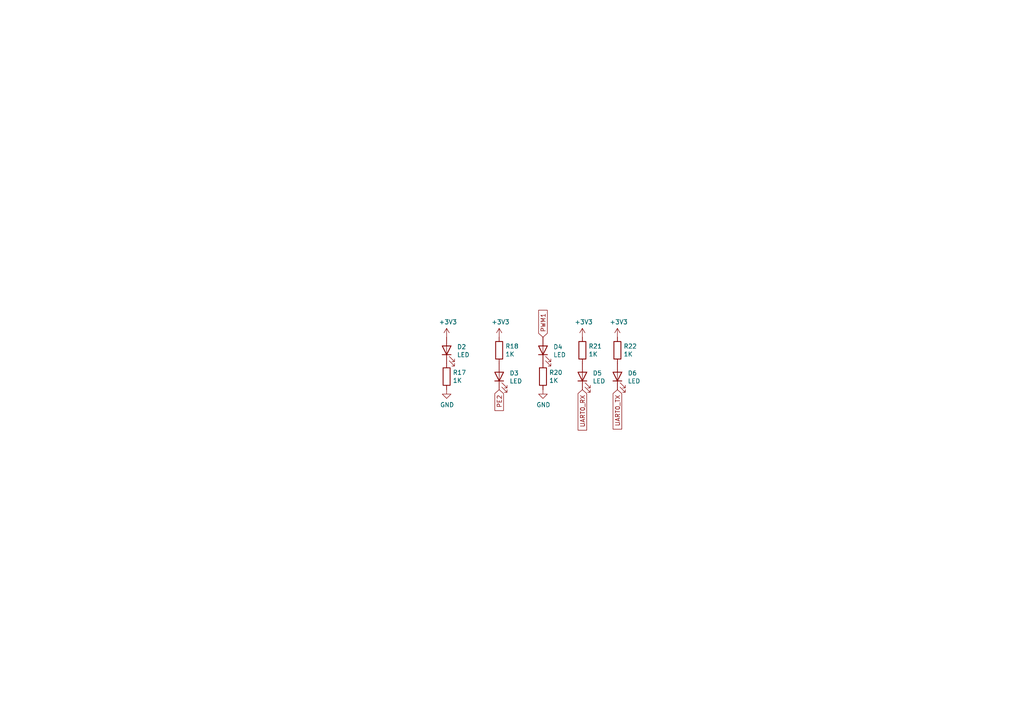
<source format=kicad_sch>
(kicad_sch (version 20210126) (generator eeschema)
  (paper "A4")
  (lib_symbols
    (symbol "Device:LED" (pin_numbers hide) (pin_names (offset 1.016) hide)
      (property "Reference" "D" (at 0 2.54 0))
      (property "Value" "LED" (at 0 -2.54 0))
      (symbol "LED_0_1"
        (polyline (pts (xy -1.27 -1.27) (xy -1.27 1.27)) (stroke (width 0.254)))
        (polyline (pts (xy -1.27 0) (xy 1.27 0)))
        (polyline (pts (xy 1.27 -1.27) (xy 1.27 1.27) (xy -1.27 0) (xy 1.27 -1.27)) (stroke (width 0.254)))
        (polyline (pts (xy -3.048 -0.762) (xy -4.572 -2.286) (xy -3.81 -2.286) (xy -4.572 -2.286) (xy -4.572 -1.524)))
        (polyline (pts (xy -1.778 -0.762) (xy -3.302 -2.286) (xy -2.54 -2.286) (xy -3.302 -2.286) (xy -3.302 -1.524)))
      )
      (symbol "LED_1_1"
        (pin passive line (at -3.81 0 0) (length 2.54) (name "K") (number "1"))
        (pin passive line (at 3.81 0 180) (length 2.54) (name "A") (number "2"))
      )
    )
    (symbol "Device:R" (pin_numbers hide) (pin_names (offset 0))
      (property "Reference" "R" (at 2.032 0 90))
      (property "Value" "R" (at 0 0 90))
      (symbol "R_0_1"
        (rectangle (start -1.016 -2.54) (end 1.016 2.54) (stroke (width 0.254)))
      )
      (symbol "R_1_1"
        (pin passive line (at 0 3.81 270) (length 1.27) (name "~") (number "1"))
        (pin passive line (at 0 -3.81 90) (length 1.27) (name "~") (number "2"))
      )
    )
    (symbol "power:+3V3" (power) (pin_names (offset 0))
      (property "Value" "+3V3" (at 0 3.556 0))
      (symbol "+3V3_0_1"
        (polyline (pts (xy -0.762 1.27) (xy 0 2.54)))
        (polyline (pts (xy 0 0) (xy 0 2.54)))
        (polyline (pts (xy 0 2.54) (xy 0.762 1.27)))
      )
      (symbol "+3V3_1_1"
        (pin power_in line (at 0 0 90) (length 0) hide (name "+3V3") (number "1"))
      )
    )
    (symbol "power:GND" (power) (pin_names (offset 0))
      (property "Value" "GND" (at 0 -3.81 0))
      (symbol "GND_0_1"
        (polyline (pts (xy 0 0) (xy 0 -1.27) (xy 1.27 -1.27) (xy 0 -2.54) (xy -1.27 -1.27) (xy 0 -1.27)))
      )
      (symbol "GND_1_1"
        (pin power_in line (at 0 0 270) (length 0) hide (name "GND") (number "1"))
      )
    )
  )
  (global_label "PE2" (shape input) (at 144.78 113.03 270) (property "Intersheet References" "${INTERSHEET_REFS}" (effects hide)))
  (global_label "PWM1" (shape input) (at 157.48 97.79 90) (property "Intersheet References" "${INTERSHEET_REFS}" (effects hide)))
  (global_label "UART0_RX" (shape input) (at 168.91 113.03 270) (property "Intersheet References" "${INTERSHEET_REFS}" (effects hide)))
  (global_label "UART0_TX" (shape input) (at 179.07 113.03 270) (property "Intersheet References" "${INTERSHEET_REFS}" (effects hide)))
  (symbol (lib_id "power:+3V3") (at 129.54 97.79 0) (unit 1)
    (property "Reference" "#PWR0162" (effects hide))
    (property "Value" "+3V3" (at 129.921 93.3958 0))
  )
  (symbol (lib_id "power:+3V3") (at 144.78 97.79 0) (unit 1)
    (property "Reference" "#PWR0163" (effects hide))
    (property "Value" "+3V3" (at 145.161 93.3958 0))
  )
  (symbol (lib_id "power:+3V3") (at 168.91 97.79 0) (unit 1)
    (property "Reference" "#PWR0164" (effects hide))
    (property "Value" "+3V3" (at 169.291 93.3958 0))
  )
  (symbol (lib_id "power:+3V3") (at 179.07 97.79 0) (unit 1)
    (property "Reference" "#PWR0142" (effects hide))
    (property "Value" "+3V3" (at 179.451 93.3958 0))
  )
  (symbol (lib_id "power:GND") (at 129.54 113.03 0) (unit 1)
    (property "Reference" "#PWR0141" (effects hide))
    (property "Value" "GND" (at 129.667 117.4242 0))
  )
  (symbol (lib_id "power:GND") (at 157.48 113.03 0) (unit 1)
    (property "Reference" "#PWR0165" (effects hide))
    (property "Value" "GND" (at 157.607 117.4242 0))
  )
  (symbol (lib_id "Device:R") (at 129.54 109.22 0) (unit 1)
    (property "Reference" "R17" (at 131.318 108.0516 0) (effects (justify left)))
    (property "Value" "1K" (at 131.318 110.363 0) (effects (justify left)))
    (property "Footprint" "Resistor_SMD:R_0603_1608Metric" (effects hide))
  )
  (symbol (lib_id "Device:R") (at 144.78 101.6 0) (unit 1)
    (property "Reference" "R18" (at 146.558 100.4316 0) (effects (justify left)))
    (property "Value" "1K" (at 146.558 102.743 0) (effects (justify left)))
    (property "Footprint" "Resistor_SMD:R_0603_1608Metric" (effects hide))
  )
  (symbol (lib_id "Device:R") (at 157.48 109.22 0) (unit 1)
    (property "Reference" "R20" (at 159.258 108.0516 0) (effects (justify left)))
    (property "Value" "1K" (at 159.258 110.363 0) (effects (justify left)))
    (property "Footprint" "Resistor_SMD:R_0603_1608Metric" (effects hide))
  )
  (symbol (lib_id "Device:R") (at 168.91 101.6 0) (unit 1)
    (property "Reference" "R21" (at 170.688 100.4316 0) (effects (justify left)))
    (property "Value" "1K" (at 170.688 102.743 0) (effects (justify left)))
    (property "Footprint" "Resistor_SMD:R_0603_1608Metric" (effects hide))
  )
  (symbol (lib_id "Device:R") (at 179.07 101.6 0) (unit 1)
    (property "Reference" "R22" (at 180.848 100.4316 0) (effects (justify left)))
    (property "Value" "1K" (at 180.848 102.743 0) (effects (justify left)))
    (property "Footprint" "Resistor_SMD:R_0603_1608Metric" (effects hide))
  )
  (symbol (lib_id "Device:LED") (at 129.54 101.6 90) (unit 1)
    (property "Reference" "D2" (at 132.5372 100.6094 90) (effects (justify right)))
    (property "Value" "LED" (at 132.5372 102.9208 90) (effects (justify right)))
    (property "Footprint" "LED_SMD:LED_0603_1608Metric" (effects hide))
  )
  (symbol (lib_id "Device:LED") (at 144.78 109.22 90) (unit 1)
    (property "Reference" "D3" (at 147.7772 108.2294 90) (effects (justify right)))
    (property "Value" "LED" (at 147.7772 110.5408 90) (effects (justify right)))
    (property "Footprint" "LED_SMD:LED_0603_1608Metric" (effects hide))
  )
  (symbol (lib_id "Device:LED") (at 157.48 101.6 90) (unit 1)
    (property "Reference" "D4" (at 160.4772 100.6094 90) (effects (justify right)))
    (property "Value" "LED" (at 160.4772 102.9208 90) (effects (justify right)))
    (property "Footprint" "LED_SMD:LED_0603_1608Metric" (effects hide))
  )
  (symbol (lib_id "Device:LED") (at 168.91 109.22 90) (unit 1)
    (property "Reference" "D5" (at 171.9072 108.2294 90) (effects (justify right)))
    (property "Value" "LED" (at 171.9072 110.5408 90) (effects (justify right)))
    (property "Footprint" "LED_SMD:LED_0603_1608Metric" (effects hide))
  )
  (symbol (lib_id "Device:LED") (at 179.07 109.22 90) (unit 1)
    (property "Reference" "D6" (at 182.0672 108.2294 90) (effects (justify right)))
    (property "Value" "LED" (at 182.0672 110.5408 90) (effects (justify right)))
    (property "Footprint" "LED_SMD:LED_0603_1608Metric" (effects hide))
  )
)
</source>
